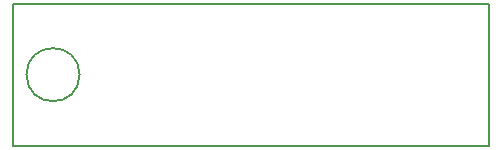
<source format=gko>
G04 #@! TF.FileFunction,Profile,NP*
%FSLAX46Y46*%
G04 Gerber Fmt 4.6, Leading zero omitted, Abs format (unit mm)*
G04 Created by KiCad (PCBNEW 4.0.2-4+6225~38~ubuntu14.04.1-stable) date Sat 19 Mar 2016 04:38:17 PM EDT*
%MOMM*%
G01*
G04 APERTURE LIST*
%ADD10C,0.100000*%
%ADD11C,0.150000*%
G04 APERTURE END LIST*
D10*
D11*
X41100000Y-36250000D02*
G75*
G03X41100000Y-36250000I-2250000J0D01*
G01*
X35450000Y-42250000D02*
X35450000Y-30250000D01*
X75750000Y-42250000D02*
X75750000Y-30250000D01*
X35450000Y-30250000D02*
X75750000Y-30250000D01*
X75750000Y-42250000D02*
X35450000Y-42250000D01*
M02*

</source>
